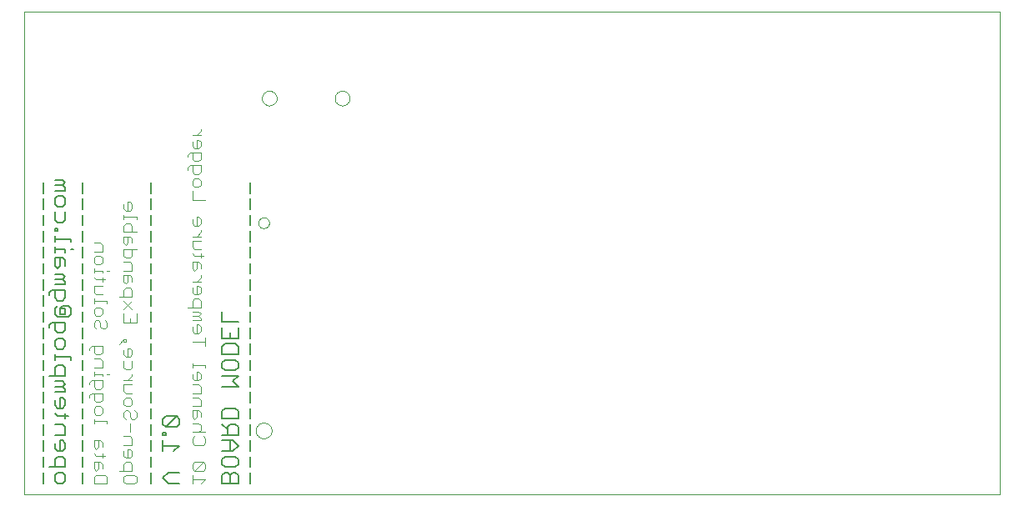
<source format=gbo>
G75*
%MOIN*%
%OFA0B0*%
%FSLAX24Y24*%
%IPPOS*%
%LPD*%
%AMOC8*
5,1,8,0,0,1.08239X$1,22.5*
%
%ADD10C,0.0000*%
%ADD11C,0.0060*%
%ADD12C,0.0040*%
D10*
X000180Y000550D02*
X000180Y019841D01*
X039156Y019841D01*
X039156Y000550D01*
X000180Y000550D01*
X009432Y003085D02*
X009434Y003120D01*
X009440Y003155D01*
X009450Y003189D01*
X009463Y003222D01*
X009480Y003253D01*
X009501Y003281D01*
X009524Y003308D01*
X009551Y003331D01*
X009579Y003352D01*
X009610Y003369D01*
X009643Y003382D01*
X009677Y003392D01*
X009712Y003398D01*
X009747Y003400D01*
X009782Y003398D01*
X009817Y003392D01*
X009851Y003382D01*
X009884Y003369D01*
X009915Y003352D01*
X009943Y003331D01*
X009970Y003308D01*
X009993Y003281D01*
X010014Y003253D01*
X010031Y003222D01*
X010044Y003189D01*
X010054Y003155D01*
X010060Y003120D01*
X010062Y003085D01*
X010060Y003050D01*
X010054Y003015D01*
X010044Y002981D01*
X010031Y002948D01*
X010014Y002917D01*
X009993Y002889D01*
X009970Y002862D01*
X009943Y002839D01*
X009915Y002818D01*
X009884Y002801D01*
X009851Y002788D01*
X009817Y002778D01*
X009782Y002772D01*
X009747Y002770D01*
X009712Y002772D01*
X009677Y002778D01*
X009643Y002788D01*
X009610Y002801D01*
X009579Y002818D01*
X009551Y002839D01*
X009524Y002862D01*
X009501Y002889D01*
X009480Y002917D01*
X009463Y002948D01*
X009450Y002981D01*
X009440Y003015D01*
X009434Y003050D01*
X009432Y003085D01*
X009530Y011392D02*
X009532Y011421D01*
X009538Y011449D01*
X009547Y011477D01*
X009560Y011503D01*
X009577Y011526D01*
X009596Y011548D01*
X009618Y011567D01*
X009643Y011582D01*
X009669Y011595D01*
X009697Y011603D01*
X009725Y011608D01*
X009754Y011609D01*
X009783Y011606D01*
X009811Y011599D01*
X009838Y011589D01*
X009864Y011575D01*
X009887Y011558D01*
X009908Y011538D01*
X009926Y011515D01*
X009941Y011490D01*
X009952Y011463D01*
X009960Y011435D01*
X009964Y011406D01*
X009964Y011378D01*
X009960Y011349D01*
X009952Y011321D01*
X009941Y011294D01*
X009926Y011269D01*
X009908Y011246D01*
X009887Y011226D01*
X009864Y011209D01*
X009838Y011195D01*
X009811Y011185D01*
X009783Y011178D01*
X009754Y011175D01*
X009725Y011176D01*
X009697Y011181D01*
X009669Y011189D01*
X009643Y011202D01*
X009618Y011217D01*
X009596Y011236D01*
X009577Y011258D01*
X009560Y011281D01*
X009547Y011307D01*
X009538Y011335D01*
X009532Y011363D01*
X009530Y011392D01*
X009676Y016376D02*
X009678Y016410D01*
X009684Y016444D01*
X009694Y016477D01*
X009707Y016508D01*
X009725Y016538D01*
X009745Y016566D01*
X009769Y016591D01*
X009795Y016613D01*
X009823Y016631D01*
X009854Y016647D01*
X009886Y016659D01*
X009920Y016667D01*
X009954Y016671D01*
X009988Y016671D01*
X010022Y016667D01*
X010056Y016659D01*
X010088Y016647D01*
X010118Y016631D01*
X010147Y016613D01*
X010173Y016591D01*
X010197Y016566D01*
X010217Y016538D01*
X010235Y016508D01*
X010248Y016477D01*
X010258Y016444D01*
X010264Y016410D01*
X010266Y016376D01*
X010264Y016342D01*
X010258Y016308D01*
X010248Y016275D01*
X010235Y016244D01*
X010217Y016214D01*
X010197Y016186D01*
X010173Y016161D01*
X010147Y016139D01*
X010119Y016121D01*
X010088Y016105D01*
X010056Y016093D01*
X010022Y016085D01*
X009988Y016081D01*
X009954Y016081D01*
X009920Y016085D01*
X009886Y016093D01*
X009854Y016105D01*
X009823Y016121D01*
X009795Y016139D01*
X009769Y016161D01*
X009745Y016186D01*
X009725Y016214D01*
X009707Y016244D01*
X009694Y016275D01*
X009684Y016308D01*
X009678Y016342D01*
X009676Y016376D01*
X012590Y016376D02*
X012592Y016410D01*
X012598Y016444D01*
X012608Y016477D01*
X012621Y016508D01*
X012639Y016538D01*
X012659Y016566D01*
X012683Y016591D01*
X012709Y016613D01*
X012737Y016631D01*
X012768Y016647D01*
X012800Y016659D01*
X012834Y016667D01*
X012868Y016671D01*
X012902Y016671D01*
X012936Y016667D01*
X012970Y016659D01*
X013002Y016647D01*
X013032Y016631D01*
X013061Y016613D01*
X013087Y016591D01*
X013111Y016566D01*
X013131Y016538D01*
X013149Y016508D01*
X013162Y016477D01*
X013172Y016444D01*
X013178Y016410D01*
X013180Y016376D01*
X013178Y016342D01*
X013172Y016308D01*
X013162Y016275D01*
X013149Y016244D01*
X013131Y016214D01*
X013111Y016186D01*
X013087Y016161D01*
X013061Y016139D01*
X013033Y016121D01*
X013002Y016105D01*
X012970Y016093D01*
X012936Y016085D01*
X012902Y016081D01*
X012868Y016081D01*
X012834Y016085D01*
X012800Y016093D01*
X012768Y016105D01*
X012737Y016121D01*
X012709Y016139D01*
X012683Y016161D01*
X012659Y016186D01*
X012639Y016214D01*
X012621Y016244D01*
X012608Y016275D01*
X012598Y016308D01*
X012592Y016342D01*
X012590Y016376D01*
D11*
X009192Y013002D02*
X009192Y012575D01*
X009192Y012358D02*
X009192Y011931D01*
X009192Y011713D02*
X009192Y011286D01*
X009192Y011069D02*
X009192Y010642D01*
X009192Y010424D02*
X009192Y009997D01*
X009192Y009779D02*
X009192Y009352D01*
X009192Y009135D02*
X009192Y008708D01*
X009192Y008490D02*
X009192Y008063D01*
X009192Y007846D02*
X009192Y007419D01*
X008725Y007419D02*
X008084Y007419D01*
X008084Y007846D01*
X008084Y007201D02*
X008084Y006774D01*
X008725Y006774D01*
X008725Y007201D01*
X008404Y006988D02*
X008404Y006774D01*
X008191Y006557D02*
X008618Y006557D01*
X008725Y006450D01*
X008725Y006130D01*
X008084Y006130D01*
X008084Y006450D01*
X008191Y006557D01*
X008191Y005912D02*
X008618Y005912D01*
X008725Y005805D01*
X008725Y005592D01*
X008618Y005485D01*
X008191Y005485D01*
X008084Y005592D01*
X008084Y005805D01*
X008191Y005912D01*
X008084Y005268D02*
X008725Y005268D01*
X008511Y005054D01*
X008725Y004841D01*
X008084Y004841D01*
X009192Y004841D02*
X009192Y005268D01*
X009192Y005485D02*
X009192Y005912D01*
X009192Y006130D02*
X009192Y006557D01*
X009192Y006774D02*
X009192Y007201D01*
X005255Y007201D02*
X005255Y006774D01*
X005255Y006557D02*
X005255Y006130D01*
X005255Y005912D02*
X005255Y005485D01*
X005255Y005268D02*
X005255Y004841D01*
X005255Y004623D02*
X005255Y004196D01*
X005255Y003979D02*
X005255Y003552D01*
X005255Y003334D02*
X005255Y002907D01*
X005255Y002689D02*
X005255Y002262D01*
X005255Y002045D02*
X005255Y001618D01*
X005255Y001400D02*
X005255Y000973D01*
X005722Y001187D02*
X005935Y001400D01*
X006362Y001400D01*
X006362Y000973D02*
X005935Y000973D01*
X005722Y001187D01*
X005722Y002262D02*
X005722Y002689D01*
X005722Y002476D02*
X006362Y002476D01*
X006149Y002262D01*
X005829Y002907D02*
X005829Y003014D01*
X005722Y003014D01*
X005722Y002907D01*
X005829Y002907D01*
X005829Y003229D02*
X006256Y003656D01*
X005829Y003656D01*
X005722Y003550D01*
X005722Y003336D01*
X005829Y003229D01*
X006256Y003229D01*
X006362Y003336D01*
X006362Y003550D01*
X006256Y003656D01*
X008084Y003552D02*
X008084Y003872D01*
X008191Y003979D01*
X008618Y003979D01*
X008725Y003872D01*
X008725Y003552D01*
X008084Y003552D01*
X008084Y003334D02*
X008298Y003120D01*
X008298Y003227D02*
X008298Y002907D01*
X008084Y002907D02*
X008725Y002907D01*
X008725Y003227D01*
X008618Y003334D01*
X008404Y003334D01*
X008298Y003227D01*
X009192Y003334D02*
X009192Y002907D01*
X009192Y002689D02*
X009192Y002262D01*
X009192Y002045D02*
X009192Y001618D01*
X008725Y001725D02*
X008725Y001938D01*
X008618Y002045D01*
X008191Y002045D01*
X008084Y001938D01*
X008084Y001725D01*
X008191Y001618D01*
X008618Y001618D01*
X008725Y001725D01*
X008618Y001400D02*
X008511Y001400D01*
X008404Y001294D01*
X008404Y000973D01*
X008084Y000973D02*
X008084Y001294D01*
X008191Y001400D01*
X008298Y001400D01*
X008404Y001294D01*
X008618Y001400D02*
X008725Y001294D01*
X008725Y000973D01*
X008084Y000973D01*
X009192Y000973D02*
X009192Y001400D01*
X008511Y002262D02*
X008084Y002262D01*
X008404Y002262D02*
X008404Y002689D01*
X008511Y002689D02*
X008084Y002689D01*
X008511Y002689D02*
X008725Y002476D01*
X008511Y002262D01*
X009192Y003552D02*
X009192Y003979D01*
X009192Y004196D02*
X009192Y004623D01*
X005255Y007419D02*
X005255Y007846D01*
X005255Y008063D02*
X005255Y008490D01*
X005255Y008708D02*
X005255Y009135D01*
X005255Y009352D02*
X005255Y009779D01*
X005255Y009997D02*
X005255Y010424D01*
X005255Y010642D02*
X005255Y011069D01*
X005255Y011286D02*
X005255Y011713D01*
X005255Y011931D02*
X005255Y012358D01*
X005255Y012575D02*
X005255Y013002D01*
X002499Y013002D02*
X002499Y012575D01*
X002499Y012358D02*
X002499Y011931D01*
X002499Y011713D02*
X002499Y011286D01*
X002499Y011069D02*
X002499Y010642D01*
X002499Y010424D02*
X002499Y009997D01*
X002499Y009779D02*
X002499Y009352D01*
X002499Y009135D02*
X002499Y008708D01*
X002499Y008490D02*
X002499Y008063D01*
X002499Y007846D02*
X002499Y007419D01*
X002032Y007740D02*
X002032Y007954D01*
X001925Y008061D01*
X001711Y008061D01*
X001605Y007954D01*
X001818Y007954D01*
X001818Y007740D01*
X001605Y007740D01*
X001605Y007954D01*
X001498Y008061D02*
X001391Y007954D01*
X001391Y007740D01*
X001498Y007634D01*
X001925Y007634D01*
X002032Y007740D01*
X001818Y007416D02*
X001818Y007096D01*
X001711Y006989D01*
X001498Y006989D01*
X001391Y007096D01*
X001391Y007416D01*
X001284Y007416D02*
X001818Y007416D01*
X001284Y007416D02*
X001178Y007309D01*
X001178Y007203D01*
X000924Y007201D02*
X000924Y006774D01*
X000924Y006557D02*
X000924Y006130D01*
X000924Y005912D02*
X000924Y005485D01*
X000924Y005268D02*
X000924Y004841D01*
X000924Y004623D02*
X000924Y004196D01*
X000924Y003979D02*
X000924Y003552D01*
X000924Y003334D02*
X000924Y002907D01*
X000924Y002689D02*
X000924Y002262D01*
X000924Y002045D02*
X000924Y001618D01*
X001178Y001618D02*
X001818Y001618D01*
X001818Y001938D01*
X001711Y002045D01*
X001498Y002045D01*
X001391Y001938D01*
X001391Y001618D01*
X001498Y001400D02*
X001711Y001400D01*
X001818Y001294D01*
X001818Y001080D01*
X001711Y000973D01*
X001498Y000973D01*
X001391Y001080D01*
X001391Y001294D01*
X001498Y001400D01*
X000924Y001400D02*
X000924Y000973D01*
X002499Y000973D02*
X002499Y001400D01*
X002499Y001618D02*
X002499Y002045D01*
X002499Y002262D02*
X002499Y002689D01*
X002499Y002907D02*
X002499Y003334D01*
X002499Y003552D02*
X002499Y003979D01*
X002499Y004196D02*
X002499Y004623D01*
X002499Y004841D02*
X002499Y005268D01*
X002499Y005485D02*
X002499Y005912D01*
X002499Y006130D02*
X002499Y006557D01*
X002499Y006774D02*
X002499Y007201D01*
X001818Y006665D02*
X001818Y006451D01*
X001711Y006345D01*
X001498Y006345D01*
X001391Y006451D01*
X001391Y006665D01*
X001498Y006772D01*
X001711Y006772D01*
X001818Y006665D01*
X002032Y006022D02*
X001391Y006022D01*
X001391Y006128D02*
X001391Y005915D01*
X001498Y005697D02*
X001391Y005591D01*
X001391Y005270D01*
X001178Y005270D02*
X001818Y005270D01*
X001818Y005591D01*
X001711Y005697D01*
X001498Y005697D01*
X002032Y005915D02*
X002032Y006022D01*
X001711Y005053D02*
X001391Y005053D01*
X001391Y004839D02*
X001711Y004839D01*
X001818Y004946D01*
X001711Y005053D01*
X001711Y004839D02*
X001818Y004733D01*
X001818Y004626D01*
X001391Y004626D01*
X001605Y004408D02*
X001605Y003981D01*
X001711Y003981D02*
X001818Y004088D01*
X001818Y004301D01*
X001711Y004408D01*
X001605Y004408D01*
X001391Y004301D02*
X001391Y004088D01*
X001498Y003981D01*
X001711Y003981D01*
X001818Y003765D02*
X001818Y003552D01*
X001925Y003658D02*
X001498Y003658D01*
X001391Y003765D01*
X001391Y003334D02*
X001711Y003334D01*
X001818Y003227D01*
X001818Y002907D01*
X001391Y002907D01*
X001605Y002689D02*
X001605Y002262D01*
X001711Y002262D02*
X001818Y002369D01*
X001818Y002583D01*
X001711Y002689D01*
X001605Y002689D01*
X001391Y002583D02*
X001391Y002369D01*
X001498Y002262D01*
X001711Y002262D01*
X000924Y007419D02*
X000924Y007846D01*
X000924Y008063D02*
X000924Y008490D01*
X000924Y008708D02*
X000924Y009135D01*
X000924Y009352D02*
X000924Y009779D01*
X000924Y009997D02*
X000924Y010424D01*
X000924Y010642D02*
X000924Y011069D01*
X000924Y011286D02*
X000924Y011713D01*
X000924Y011931D02*
X000924Y012358D01*
X000924Y012575D02*
X000924Y013002D01*
X001391Y012896D02*
X001711Y012896D01*
X001818Y013003D01*
X001711Y013110D01*
X001391Y013110D01*
X001711Y012896D02*
X001818Y012789D01*
X001818Y012683D01*
X001391Y012683D01*
X001498Y012465D02*
X001711Y012465D01*
X001818Y012358D01*
X001818Y012145D01*
X001711Y012038D01*
X001498Y012038D01*
X001391Y012145D01*
X001391Y012358D01*
X001498Y012465D01*
X001391Y011821D02*
X001391Y011500D01*
X001498Y011394D01*
X001711Y011394D01*
X001818Y011500D01*
X001818Y011821D01*
X001498Y011178D02*
X001391Y011178D01*
X001391Y011071D01*
X001498Y011071D01*
X001498Y011178D01*
X001391Y010855D02*
X001391Y010642D01*
X001391Y010748D02*
X002032Y010748D01*
X002032Y010642D01*
X002032Y010319D02*
X002138Y010319D01*
X001818Y010319D02*
X001818Y010212D01*
X001818Y010319D02*
X001391Y010319D01*
X001391Y010425D02*
X001391Y010212D01*
X001391Y009994D02*
X001391Y009674D01*
X001498Y009567D01*
X001605Y009674D01*
X001605Y009994D01*
X001711Y009994D02*
X001391Y009994D01*
X001711Y009994D02*
X001818Y009888D01*
X001818Y009674D01*
X001711Y009350D02*
X001391Y009350D01*
X001391Y009136D02*
X001711Y009136D01*
X001818Y009243D01*
X001711Y009350D01*
X001711Y009136D02*
X001818Y009030D01*
X001818Y008923D01*
X001391Y008923D01*
X001391Y008705D02*
X001391Y008385D01*
X001498Y008278D01*
X001711Y008278D01*
X001818Y008385D01*
X001818Y008705D01*
X001284Y008705D01*
X001178Y008598D01*
X001178Y008492D01*
D12*
X002956Y008613D02*
X002956Y008873D01*
X003303Y008873D01*
X003303Y009042D02*
X003303Y009215D01*
X003390Y009128D02*
X003043Y009128D01*
X002956Y009215D01*
X002956Y009385D02*
X002956Y009559D01*
X002956Y009472D02*
X003303Y009472D01*
X003303Y009385D01*
X003476Y009472D02*
X003563Y009472D01*
X003303Y009816D02*
X003216Y009729D01*
X003043Y009729D01*
X002956Y009816D01*
X002956Y009989D01*
X003043Y010076D01*
X003216Y010076D01*
X003303Y009989D01*
X003303Y009816D01*
X004137Y009818D02*
X004397Y009818D01*
X004484Y009732D01*
X004484Y009471D01*
X004137Y009471D01*
X004137Y009303D02*
X004137Y009042D01*
X004224Y008956D01*
X004310Y009042D01*
X004310Y009303D01*
X004397Y009303D02*
X004137Y009303D01*
X004397Y009303D02*
X004484Y009216D01*
X004484Y009042D01*
X004397Y008787D02*
X004224Y008787D01*
X004137Y008700D01*
X004137Y008440D01*
X004137Y008271D02*
X004484Y007924D01*
X004657Y007756D02*
X004657Y007409D01*
X004137Y007409D01*
X004137Y007756D01*
X004137Y007924D02*
X004484Y008271D01*
X004484Y008440D02*
X003964Y008440D01*
X004484Y008440D02*
X004484Y008700D01*
X004397Y008787D01*
X003476Y008269D02*
X003476Y008182D01*
X003476Y008269D02*
X002956Y008269D01*
X002956Y008182D02*
X002956Y008356D01*
X003043Y008526D02*
X002956Y008613D01*
X003043Y008526D02*
X003303Y008526D01*
X003216Y008014D02*
X003043Y008014D01*
X002956Y007927D01*
X002956Y007753D01*
X003043Y007667D01*
X003216Y007667D01*
X003303Y007753D01*
X003303Y007927D01*
X003216Y008014D01*
X003129Y007498D02*
X003043Y007498D01*
X002956Y007411D01*
X002956Y007238D01*
X003043Y007151D01*
X003216Y007238D02*
X003216Y007411D01*
X003129Y007498D01*
X003390Y007498D02*
X003476Y007411D01*
X003476Y007238D01*
X003390Y007151D01*
X003303Y007151D01*
X003216Y007238D01*
X003964Y006549D02*
X004137Y006723D01*
X004137Y006636D01*
X004224Y006636D01*
X004224Y006723D01*
X004137Y006723D01*
X004310Y006381D02*
X004310Y006034D01*
X004224Y006034D02*
X004397Y006034D01*
X004484Y006121D01*
X004484Y006294D01*
X004397Y006381D01*
X004310Y006381D01*
X004137Y006294D02*
X004137Y006121D01*
X004224Y006034D01*
X004137Y005865D02*
X004137Y005605D01*
X004224Y005518D01*
X004397Y005518D01*
X004484Y005605D01*
X004484Y005865D01*
X004484Y005349D02*
X004484Y005262D01*
X004310Y005088D01*
X004137Y005088D02*
X004484Y005088D01*
X004484Y004920D02*
X004137Y004920D01*
X004137Y004660D01*
X004224Y004573D01*
X004484Y004573D01*
X004397Y004404D02*
X004224Y004404D01*
X004137Y004317D01*
X004137Y004144D01*
X004224Y004057D01*
X004397Y004057D01*
X004484Y004144D01*
X004484Y004317D01*
X004397Y004404D01*
X004310Y003888D02*
X004224Y003888D01*
X004137Y003802D01*
X004137Y003628D01*
X004224Y003542D01*
X004397Y003628D02*
X004397Y003802D01*
X004310Y003888D01*
X004571Y003888D02*
X004657Y003802D01*
X004657Y003628D01*
X004571Y003542D01*
X004484Y003542D01*
X004397Y003628D01*
X004397Y003373D02*
X004397Y003026D01*
X004397Y002857D02*
X004137Y002857D01*
X004397Y002857D02*
X004484Y002770D01*
X004484Y002510D01*
X004137Y002510D01*
X004310Y002342D02*
X004310Y001995D01*
X004224Y001995D02*
X004397Y001995D01*
X004484Y002081D01*
X004484Y002255D01*
X004397Y002342D01*
X004310Y002342D01*
X004137Y002255D02*
X004137Y002081D01*
X004224Y001995D01*
X004224Y001826D02*
X004137Y001739D01*
X004137Y001479D01*
X003964Y001479D02*
X004484Y001479D01*
X004484Y001739D01*
X004397Y001826D01*
X004224Y001826D01*
X003390Y002081D02*
X003043Y002081D01*
X002956Y002168D01*
X003043Y002338D02*
X003129Y002425D01*
X003129Y002685D01*
X003216Y002685D02*
X002956Y002685D01*
X002956Y002425D01*
X003043Y002338D01*
X003303Y002425D02*
X003303Y002599D01*
X003216Y002685D01*
X003303Y002168D02*
X003303Y001995D01*
X003216Y001826D02*
X002956Y001826D01*
X002956Y001566D01*
X003043Y001479D01*
X003129Y001566D01*
X003129Y001826D01*
X003216Y001826D02*
X003303Y001739D01*
X003303Y001566D01*
X003390Y001310D02*
X003043Y001310D01*
X002956Y001224D01*
X002956Y000963D01*
X003476Y000963D01*
X003476Y001224D01*
X003390Y001310D01*
X004137Y001224D02*
X004137Y001050D01*
X004224Y000963D01*
X004571Y000963D01*
X004657Y001050D01*
X004657Y001224D01*
X004571Y001310D01*
X004224Y001310D01*
X004137Y001224D01*
X006893Y001310D02*
X006893Y000963D01*
X006893Y001137D02*
X007413Y001137D01*
X007240Y000963D01*
X007327Y001479D02*
X006980Y001479D01*
X007327Y001826D01*
X006980Y001826D01*
X006893Y001739D01*
X006893Y001566D01*
X006980Y001479D01*
X007327Y001479D02*
X007413Y001566D01*
X007413Y001739D01*
X007327Y001826D01*
X007327Y002510D02*
X006980Y002510D01*
X006893Y002597D01*
X006893Y002770D01*
X006980Y002857D01*
X006893Y003026D02*
X007413Y003026D01*
X007327Y002857D02*
X007413Y002770D01*
X007413Y002597D01*
X007327Y002510D01*
X007153Y003026D02*
X007240Y003113D01*
X007240Y003286D01*
X007153Y003373D01*
X006893Y003373D01*
X006980Y003542D02*
X007066Y003628D01*
X007066Y003888D01*
X007153Y003888D02*
X006893Y003888D01*
X006893Y003628D01*
X006980Y003542D01*
X007240Y003628D02*
X007240Y003802D01*
X007153Y003888D01*
X007240Y004057D02*
X006893Y004057D01*
X007240Y004057D02*
X007240Y004317D01*
X007153Y004404D01*
X006893Y004404D01*
X006893Y004573D02*
X007240Y004573D01*
X007240Y004833D01*
X007153Y004920D01*
X006893Y004920D01*
X006980Y005088D02*
X007153Y005088D01*
X007240Y005175D01*
X007240Y005349D01*
X007153Y005435D01*
X007066Y005435D01*
X007066Y005088D01*
X006980Y005088D02*
X006893Y005175D01*
X006893Y005349D01*
X006893Y005604D02*
X006893Y005778D01*
X006893Y005691D02*
X007413Y005691D01*
X007413Y005604D01*
X007413Y006463D02*
X007413Y006810D01*
X007413Y006637D02*
X006893Y006637D01*
X006980Y006979D02*
X007153Y006979D01*
X007240Y007066D01*
X007240Y007239D01*
X007153Y007326D01*
X007066Y007326D01*
X007066Y006979D01*
X006980Y006979D02*
X006893Y007066D01*
X006893Y007239D01*
X006893Y007495D02*
X007240Y007495D01*
X007240Y007581D01*
X007153Y007668D01*
X007240Y007755D01*
X007153Y007842D01*
X006893Y007842D01*
X006893Y008010D02*
X006893Y008271D01*
X006980Y008357D01*
X007153Y008357D01*
X007240Y008271D01*
X007240Y008010D01*
X006719Y008010D01*
X006893Y007668D02*
X007153Y007668D01*
X007153Y008526D02*
X006980Y008526D01*
X006893Y008613D01*
X006893Y008786D01*
X007066Y008873D02*
X007066Y008526D01*
X007153Y008526D02*
X007240Y008613D01*
X007240Y008786D01*
X007153Y008873D01*
X007066Y008873D01*
X007066Y009042D02*
X007240Y009215D01*
X007240Y009302D01*
X007240Y009558D02*
X007240Y009732D01*
X007153Y009818D01*
X006893Y009818D01*
X006893Y009558D01*
X006980Y009471D01*
X007066Y009558D01*
X007066Y009818D01*
X007240Y009987D02*
X007240Y010160D01*
X007327Y010074D02*
X006980Y010074D01*
X006893Y010160D01*
X006980Y010331D02*
X006893Y010418D01*
X006893Y010678D01*
X007240Y010678D01*
X007240Y010846D02*
X006893Y010846D01*
X007066Y010846D02*
X007240Y011020D01*
X007240Y011107D01*
X007153Y011276D02*
X006980Y011276D01*
X006893Y011363D01*
X006893Y011536D01*
X007066Y011623D02*
X007066Y011276D01*
X007153Y011276D02*
X007240Y011363D01*
X007240Y011536D01*
X007153Y011623D01*
X007066Y011623D01*
X006893Y012307D02*
X006893Y012654D01*
X006980Y012823D02*
X006893Y012910D01*
X006893Y013083D01*
X006980Y013170D01*
X007153Y013170D01*
X007240Y013083D01*
X007240Y012910D01*
X007153Y012823D01*
X006980Y012823D01*
X006893Y012307D02*
X007413Y012307D01*
X007153Y013339D02*
X006980Y013339D01*
X006893Y013425D01*
X006893Y013686D01*
X006806Y013686D02*
X007240Y013686D01*
X007240Y013425D01*
X007153Y013339D01*
X006719Y013512D02*
X006719Y013599D01*
X006806Y013686D01*
X006980Y013854D02*
X006893Y013941D01*
X006893Y014201D01*
X006806Y014201D02*
X007240Y014201D01*
X007240Y013941D01*
X007153Y013854D01*
X006980Y013854D01*
X006719Y014028D02*
X006719Y014115D01*
X006806Y014201D01*
X006980Y014370D02*
X007153Y014370D01*
X007240Y014457D01*
X007240Y014630D01*
X007153Y014717D01*
X007066Y014717D01*
X007066Y014370D01*
X006980Y014370D02*
X006893Y014457D01*
X006893Y014630D01*
X006893Y014886D02*
X007240Y014886D01*
X007240Y015059D02*
X007240Y015146D01*
X007240Y015059D02*
X007066Y014886D01*
X004397Y012225D02*
X004310Y012225D01*
X004310Y011878D01*
X004224Y011878D02*
X004397Y011878D01*
X004484Y011964D01*
X004484Y012138D01*
X004397Y012225D01*
X004137Y012138D02*
X004137Y011964D01*
X004224Y011878D01*
X004137Y011707D02*
X004137Y011534D01*
X004137Y011621D02*
X004657Y011621D01*
X004657Y011534D01*
X004484Y011279D02*
X004484Y011018D01*
X004657Y011018D02*
X004137Y011018D01*
X004137Y011279D01*
X004224Y011365D01*
X004397Y011365D01*
X004484Y011279D01*
X004397Y010850D02*
X004137Y010850D01*
X004137Y010589D01*
X004224Y010503D01*
X004310Y010589D01*
X004310Y010850D01*
X004397Y010850D02*
X004484Y010763D01*
X004484Y010589D01*
X004484Y010334D02*
X004484Y010074D01*
X004397Y009987D01*
X004224Y009987D01*
X004137Y010074D01*
X004137Y010334D01*
X004657Y010334D01*
X003303Y010245D02*
X003303Y010505D01*
X003216Y010592D01*
X002956Y010592D01*
X002956Y010245D02*
X003303Y010245D01*
X006980Y010331D02*
X007240Y010331D01*
X007240Y009042D02*
X006893Y009042D01*
X004397Y007582D02*
X004397Y007409D01*
X003303Y006467D02*
X002869Y006467D01*
X002782Y006380D01*
X002782Y006293D01*
X002956Y006206D02*
X002956Y006467D01*
X003303Y006467D02*
X003303Y006206D01*
X003216Y006120D01*
X003043Y006120D01*
X002956Y006206D01*
X002956Y005951D02*
X003216Y005951D01*
X003303Y005864D01*
X003303Y005604D01*
X002956Y005604D01*
X002956Y005434D02*
X002956Y005260D01*
X002956Y005347D02*
X003303Y005347D01*
X003303Y005260D01*
X003303Y005092D02*
X002869Y005092D01*
X002782Y005005D01*
X002782Y004918D01*
X002956Y004831D02*
X002956Y005092D01*
X002956Y004831D02*
X003043Y004745D01*
X003216Y004745D01*
X003303Y004831D01*
X003303Y005092D01*
X003476Y005347D02*
X003563Y005347D01*
X003303Y004576D02*
X002869Y004576D01*
X002782Y004489D01*
X002782Y004403D01*
X002956Y004316D02*
X002956Y004576D01*
X002956Y004316D02*
X003043Y004229D01*
X003216Y004229D01*
X003303Y004316D01*
X003303Y004576D01*
X003216Y004060D02*
X003043Y004060D01*
X002956Y003974D01*
X002956Y003800D01*
X003043Y003713D01*
X003216Y003713D01*
X003303Y003800D01*
X003303Y003974D01*
X003216Y004060D01*
X002956Y003543D02*
X002956Y003370D01*
X002956Y003456D02*
X003476Y003456D01*
X003476Y003370D01*
M02*

</source>
